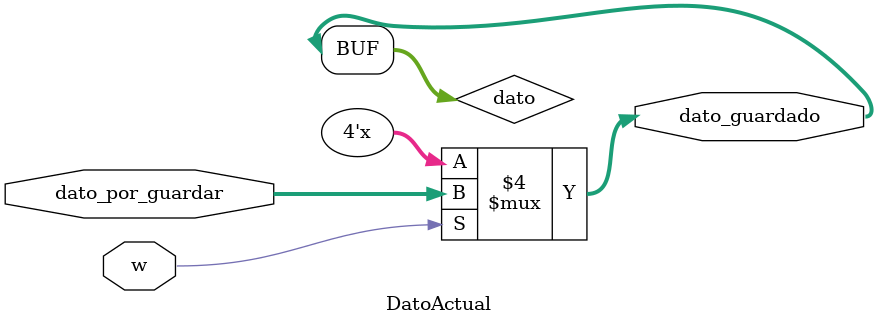
<source format=v>
`timescale 1ns / 1ps
module DatoActual(input w, input [3:0] dato_por_guardar, output [3:0] dato_guardado);
  
reg [3:0] dato; 

always @ (dato_por_guardar or w)
begin
		if (w == 1'b1)  
			dato = dato_por_guardar;	
end

assign dato_guardado = dato;
endmodule

</source>
